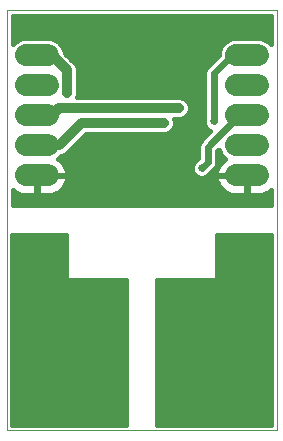
<source format=gbl>
G75*
%MOIN*%
%OFA0B0*%
%FSLAX24Y24*%
%IPPOS*%
%LPD*%
%AMOC8*
5,1,8,0,0,1.08239X$1,22.5*
%
%ADD10C,0.0000*%
%ADD11C,0.0740*%
%ADD12C,0.0258*%
%ADD13C,0.0320*%
%ADD14C,0.0240*%
%ADD15C,0.0160*%
%ADD16C,0.0120*%
%ADD17R,0.0356X0.0356*%
D10*
X000180Y000317D02*
X000180Y014317D01*
X009180Y014317D01*
X009180Y000317D01*
X000180Y000317D01*
D11*
X000810Y001817D02*
X001550Y001817D01*
X001550Y002817D02*
X000810Y002817D01*
X000810Y003817D02*
X001550Y003817D01*
X001550Y004817D02*
X000810Y004817D01*
X000810Y005817D02*
X001550Y005817D01*
X001550Y008817D02*
X000810Y008817D01*
X000810Y009817D02*
X001550Y009817D01*
X001550Y010817D02*
X000810Y010817D01*
X000810Y011817D02*
X001550Y011817D01*
X001550Y012817D02*
X000810Y012817D01*
X007810Y012817D02*
X008550Y012817D01*
X008550Y011817D02*
X007810Y011817D01*
X007810Y010817D02*
X008550Y010817D01*
X008550Y009817D02*
X007810Y009817D01*
X007810Y008817D02*
X008550Y008817D01*
X008550Y005817D02*
X007810Y005817D01*
X007810Y004817D02*
X008550Y004817D01*
X008550Y003817D02*
X007810Y003817D01*
X007810Y002817D02*
X008550Y002817D01*
X008550Y001817D02*
X007810Y001817D01*
D12*
X006680Y009067D03*
X007080Y010617D03*
X005930Y011067D03*
X005430Y010567D03*
X004680Y009717D03*
X002430Y012817D03*
X002180Y011567D03*
D13*
X002180Y012317D01*
X001680Y012817D01*
X001180Y012817D01*
X001930Y011067D02*
X005930Y011067D01*
X005430Y010567D02*
X002680Y010567D01*
X001930Y009817D01*
X001180Y009817D01*
X001180Y010817D02*
X001680Y010817D01*
X001930Y011067D01*
D14*
X006680Y009067D02*
X006880Y009267D01*
X006880Y009767D01*
X007930Y010817D01*
X008180Y010817D01*
X007080Y010617D02*
X007080Y012217D01*
X007680Y012817D01*
X008180Y012817D01*
D15*
X008663Y013387D02*
X007697Y013387D01*
X007487Y013300D01*
X007327Y013140D01*
X007240Y012930D01*
X007240Y012829D01*
X006809Y012398D01*
X006760Y012280D01*
X006760Y010704D01*
X006751Y010682D01*
X006751Y010551D01*
X006801Y010430D01*
X006894Y010338D01*
X006968Y010307D01*
X006699Y010038D01*
X006699Y010038D01*
X006609Y009948D01*
X006560Y009830D01*
X006560Y009399D01*
X006515Y009354D01*
X006494Y009345D01*
X006401Y009253D01*
X006351Y009132D01*
X006351Y009001D01*
X006401Y008880D01*
X006494Y008788D01*
X006615Y008738D01*
X006745Y008738D01*
X006866Y008788D01*
X006959Y008880D01*
X006968Y008902D01*
X007151Y009085D01*
X007200Y009203D01*
X007200Y009634D01*
X007249Y009683D01*
X007327Y009494D01*
X007457Y009363D01*
X007448Y009358D01*
X007381Y009306D01*
X007320Y009246D01*
X007268Y009179D01*
X007226Y009105D01*
X007193Y009026D01*
X007171Y008944D01*
X007160Y008859D01*
X007160Y008847D01*
X008150Y008847D01*
X008150Y008787D01*
X007160Y008787D01*
X007160Y008774D01*
X007171Y008690D01*
X007193Y008607D01*
X007226Y008529D01*
X007268Y008455D01*
X007320Y008387D01*
X007381Y008327D01*
X007448Y008275D01*
X007522Y008232D01*
X007601Y008200D01*
X007683Y008178D01*
X007767Y008167D01*
X008150Y008167D01*
X008150Y008787D01*
X008210Y008787D01*
X008210Y008167D01*
X008593Y008167D01*
X008677Y008178D01*
X008759Y008200D01*
X008838Y008232D01*
X008912Y008275D01*
X008979Y008327D01*
X008980Y008327D01*
X008980Y007817D01*
X000380Y007817D01*
X000380Y008327D01*
X000381Y008327D01*
X000448Y008275D01*
X000522Y008232D01*
X000601Y008200D01*
X000683Y008178D01*
X000767Y008167D01*
X001150Y008167D01*
X001150Y008787D01*
X001210Y008787D01*
X001210Y008847D01*
X002200Y008847D01*
X002200Y008859D01*
X002189Y008944D01*
X002167Y009026D01*
X002134Y009105D01*
X002092Y009179D01*
X002040Y009246D01*
X001979Y009306D01*
X001912Y009358D01*
X001903Y009363D01*
X001996Y009457D01*
X002002Y009457D01*
X002134Y009511D01*
X002235Y009613D01*
X002829Y010207D01*
X005502Y010207D01*
X005634Y010261D01*
X005735Y010363D01*
X005790Y010495D01*
X005790Y010638D01*
X005762Y010707D01*
X006002Y010707D01*
X006134Y010761D01*
X006235Y010863D01*
X006290Y010995D01*
X006290Y011138D01*
X006235Y011271D01*
X006134Y011372D01*
X006002Y011427D01*
X002512Y011427D01*
X002540Y011495D01*
X002540Y012388D01*
X002485Y012521D01*
X006932Y012521D01*
X007090Y012680D02*
X002326Y012680D01*
X002168Y012838D02*
X007240Y012838D01*
X007268Y012997D02*
X002092Y012997D01*
X002120Y012930D02*
X002033Y013140D01*
X001873Y013300D01*
X001663Y013387D01*
X000697Y013387D01*
X000487Y013300D01*
X000380Y013193D01*
X000380Y014117D01*
X008980Y014117D01*
X008980Y013193D01*
X008873Y013300D01*
X008663Y013387D01*
X008840Y013314D02*
X008980Y013314D01*
X008980Y013472D02*
X000380Y013472D01*
X000380Y013314D02*
X000520Y013314D01*
X000380Y013631D02*
X008980Y013631D01*
X008980Y013789D02*
X000380Y013789D01*
X000380Y013948D02*
X008980Y013948D01*
X008980Y014106D02*
X000380Y014106D01*
X001840Y013314D02*
X007520Y013314D01*
X007342Y013155D02*
X002018Y013155D01*
X002120Y012930D02*
X002120Y012886D01*
X002485Y012521D01*
X002540Y012363D02*
X006794Y012363D01*
X006760Y012204D02*
X002540Y012204D01*
X002540Y012046D02*
X006760Y012046D01*
X006760Y011887D02*
X002540Y011887D01*
X002540Y011729D02*
X006760Y011729D01*
X006760Y011570D02*
X002540Y011570D01*
X002766Y010144D02*
X006804Y010144D01*
X006646Y009985D02*
X002608Y009985D01*
X002449Y009827D02*
X006560Y009827D01*
X006560Y009668D02*
X002291Y009668D01*
X002130Y009510D02*
X006560Y009510D01*
X006507Y009351D02*
X001921Y009351D01*
X002081Y009193D02*
X006376Y009193D01*
X006351Y009034D02*
X002163Y009034D01*
X002198Y008876D02*
X006406Y008876D01*
X006954Y008876D02*
X007162Y008876D01*
X007167Y008717D02*
X002193Y008717D01*
X002189Y008690D02*
X002200Y008774D01*
X002200Y008787D01*
X001210Y008787D01*
X001210Y008167D01*
X001593Y008167D01*
X001677Y008178D01*
X001759Y008200D01*
X001838Y008232D01*
X001912Y008275D01*
X001979Y008327D01*
X002040Y008387D01*
X002092Y008455D01*
X002134Y008529D01*
X002167Y008607D01*
X002189Y008690D01*
X002147Y008559D02*
X007213Y008559D01*
X007310Y008400D02*
X002050Y008400D01*
X001854Y008242D02*
X007506Y008242D01*
X007197Y009034D02*
X007100Y009034D01*
X007196Y009193D02*
X007279Y009193D01*
X007200Y009351D02*
X007439Y009351D01*
X007320Y009510D02*
X007200Y009510D01*
X007234Y009668D02*
X007255Y009668D01*
X006963Y010302D02*
X005675Y010302D01*
X005776Y010461D02*
X006789Y010461D01*
X006751Y010619D02*
X005790Y010619D01*
X006150Y010778D02*
X006760Y010778D01*
X006760Y010936D02*
X006266Y010936D01*
X006290Y011095D02*
X006760Y011095D01*
X006760Y011253D02*
X006242Y011253D01*
X006038Y011412D02*
X006760Y011412D01*
X008150Y008717D02*
X008210Y008717D01*
X008210Y008559D02*
X008150Y008559D01*
X008150Y008400D02*
X008210Y008400D01*
X008210Y008242D02*
X008150Y008242D01*
X008854Y008242D02*
X008980Y008242D01*
X008980Y008083D02*
X000380Y008083D01*
X000380Y007925D02*
X008980Y007925D01*
X001210Y008242D02*
X001150Y008242D01*
X001150Y008400D02*
X001210Y008400D01*
X001210Y008559D02*
X001150Y008559D01*
X001150Y008717D02*
X001210Y008717D01*
X000506Y008242D02*
X000380Y008242D01*
D16*
X000340Y006817D02*
X002180Y006817D01*
X002180Y005317D01*
X004180Y005317D01*
X004180Y000477D01*
X000340Y000477D01*
X000340Y006817D01*
X000340Y006716D02*
X002180Y006716D01*
X002180Y006597D02*
X000340Y006597D01*
X000340Y006479D02*
X002180Y006479D01*
X002180Y006360D02*
X000340Y006360D01*
X000340Y006242D02*
X002180Y006242D01*
X002180Y006123D02*
X000340Y006123D01*
X000340Y006005D02*
X002180Y006005D01*
X002180Y005886D02*
X000340Y005886D01*
X000340Y005768D02*
X002180Y005768D01*
X002180Y005649D02*
X000340Y005649D01*
X000340Y005531D02*
X002180Y005531D01*
X002180Y005412D02*
X000340Y005412D01*
X000340Y005294D02*
X004180Y005294D01*
X004180Y005175D02*
X000340Y005175D01*
X000340Y005057D02*
X004180Y005057D01*
X004180Y004938D02*
X000340Y004938D01*
X000340Y004820D02*
X004180Y004820D01*
X004180Y004701D02*
X000340Y004701D01*
X000340Y004583D02*
X004180Y004583D01*
X004180Y004464D02*
X000340Y004464D01*
X000340Y004346D02*
X004180Y004346D01*
X004180Y004227D02*
X000340Y004227D01*
X000340Y004109D02*
X004180Y004109D01*
X004180Y003990D02*
X000340Y003990D01*
X000340Y003872D02*
X004180Y003872D01*
X004180Y003753D02*
X000340Y003753D01*
X000340Y003635D02*
X004180Y003635D01*
X004180Y003516D02*
X000340Y003516D01*
X000340Y003398D02*
X004180Y003398D01*
X004180Y003279D02*
X000340Y003279D01*
X000340Y003161D02*
X004180Y003161D01*
X004180Y003042D02*
X000340Y003042D01*
X000340Y002924D02*
X004180Y002924D01*
X004180Y002805D02*
X000340Y002805D01*
X000340Y002687D02*
X004180Y002687D01*
X004180Y002568D02*
X000340Y002568D01*
X000340Y002450D02*
X004180Y002450D01*
X004180Y002331D02*
X000340Y002331D01*
X000340Y002213D02*
X004180Y002213D01*
X004180Y002094D02*
X000340Y002094D01*
X000340Y001976D02*
X004180Y001976D01*
X004180Y001857D02*
X000340Y001857D01*
X000340Y001739D02*
X004180Y001739D01*
X004180Y001620D02*
X000340Y001620D01*
X000340Y001502D02*
X004180Y001502D01*
X004180Y001383D02*
X000340Y001383D01*
X000340Y001265D02*
X004180Y001265D01*
X004180Y001146D02*
X000340Y001146D01*
X000340Y001028D02*
X004180Y001028D01*
X004180Y000909D02*
X000340Y000909D01*
X000340Y000791D02*
X004180Y000791D01*
X004180Y000672D02*
X000340Y000672D01*
X000340Y000554D02*
X004180Y000554D01*
X005180Y000554D02*
X009020Y000554D01*
X009020Y000477D02*
X005180Y000477D01*
X005180Y005317D01*
X007180Y005317D01*
X007180Y006817D01*
X009020Y006817D01*
X009020Y000477D01*
X009020Y000672D02*
X005180Y000672D01*
X005180Y000791D02*
X009020Y000791D01*
X009020Y000909D02*
X005180Y000909D01*
X005180Y001028D02*
X009020Y001028D01*
X009020Y001146D02*
X005180Y001146D01*
X005180Y001265D02*
X009020Y001265D01*
X009020Y001383D02*
X005180Y001383D01*
X005180Y001502D02*
X009020Y001502D01*
X009020Y001620D02*
X005180Y001620D01*
X005180Y001739D02*
X009020Y001739D01*
X009020Y001857D02*
X005180Y001857D01*
X005180Y001976D02*
X009020Y001976D01*
X009020Y002094D02*
X005180Y002094D01*
X005180Y002213D02*
X009020Y002213D01*
X009020Y002331D02*
X005180Y002331D01*
X005180Y002450D02*
X009020Y002450D01*
X009020Y002568D02*
X005180Y002568D01*
X005180Y002687D02*
X009020Y002687D01*
X009020Y002805D02*
X005180Y002805D01*
X005180Y002924D02*
X009020Y002924D01*
X009020Y003042D02*
X005180Y003042D01*
X005180Y003161D02*
X009020Y003161D01*
X009020Y003279D02*
X005180Y003279D01*
X005180Y003398D02*
X009020Y003398D01*
X009020Y003516D02*
X005180Y003516D01*
X005180Y003635D02*
X009020Y003635D01*
X009020Y003753D02*
X005180Y003753D01*
X005180Y003872D02*
X009020Y003872D01*
X009020Y003990D02*
X005180Y003990D01*
X005180Y004109D02*
X009020Y004109D01*
X009020Y004227D02*
X005180Y004227D01*
X005180Y004346D02*
X009020Y004346D01*
X009020Y004464D02*
X005180Y004464D01*
X005180Y004583D02*
X009020Y004583D01*
X009020Y004701D02*
X005180Y004701D01*
X005180Y004820D02*
X009020Y004820D01*
X009020Y004938D02*
X005180Y004938D01*
X005180Y005057D02*
X009020Y005057D01*
X009020Y005175D02*
X005180Y005175D01*
X005180Y005294D02*
X009020Y005294D01*
X009020Y005412D02*
X007180Y005412D01*
X007180Y005531D02*
X009020Y005531D01*
X009020Y005649D02*
X007180Y005649D01*
X007180Y005768D02*
X009020Y005768D01*
X009020Y005886D02*
X007180Y005886D01*
X007180Y006005D02*
X009020Y006005D01*
X009020Y006123D02*
X007180Y006123D01*
X007180Y006242D02*
X009020Y006242D01*
X009020Y006360D02*
X007180Y006360D01*
X007180Y006479D02*
X009020Y006479D01*
X009020Y006597D02*
X007180Y006597D01*
X007180Y006716D02*
X009020Y006716D01*
D17*
X007430Y006567D03*
X007180Y004817D03*
X007180Y003817D03*
X007180Y002817D03*
X007180Y001817D03*
X007180Y000817D03*
X008180Y000817D03*
X002180Y000817D03*
X002180Y001817D03*
X002180Y002817D03*
X002180Y003817D03*
X002180Y004817D03*
X001930Y006567D03*
X001180Y000817D03*
M02*

</source>
